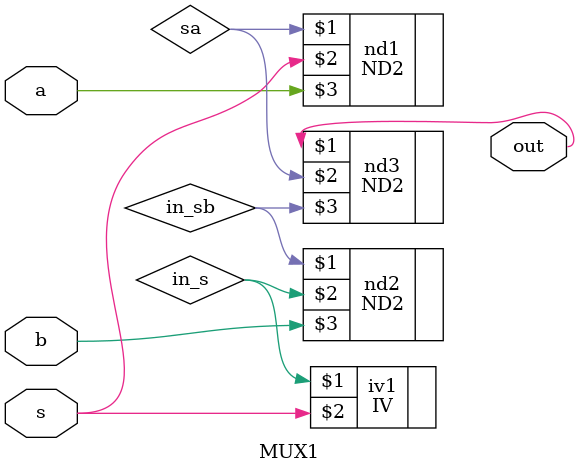
<source format=v>
module div (
	input  clk,
	input  rst_n,
	input  i_in_valid,
	input  [7:0] i_a,
	input  [4:0] i_b,
	output [7:0] o_q,
	output [4:0] o_r,
	output       o_out_valid,
	output [50:0] number
);
FD2 fd2(o_out_valid, 1, clk, rst_n, 8);


endmodule

//BW-bit FD2
module REGP#(
	parameter BW = 2
)(
	input clk,
	input rst_n,
	output [BW-1:0] Q,
	input [BW-1:0] D,
	output [50:0] number
);

wire [50:0] numbers [0:BW-1];

genvar i;
generate
	for (i=0; i<BW; i=i+1) begin
		FD2 f0(Q[i], D[i], clk, rst_n, numbers[i]);
	end
endgenerate

//sum number of transistors
reg [50:0] sum;
integer j;
always @(*) begin
	sum = 0;
	for (j=0; j<BW; j=j+1) begin 
		sum = sum + numbers[j];
	end
end

assign number = sum;

endmodule

module PU (r, cout, cin, s, a, b);
	output r, cout;
	input a, b, s, cin;
	wire in_b, st;
	IV inv1(in_b, b);
	FA1 fa1(cout, st, a, in_b, cin, 1);
	MUX1 muxfinal(r, s, st, a);
	
endmodule
module MUX1 (out, s, a, b);
	output out;
	input s, a, b;
	wire in_s, sa, in_sb;
	IV iv1(in_s, s);
	ND2 nd1(sa, s, a);
	ND2 nd2(in_sb, in_s, b);
	ND2 nd3(out, sa, in_sb);
endmodule
</source>
